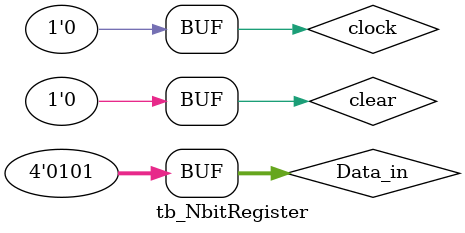
<source format=v>
`timescale 1ns/1ns

module tb_NbitRegister;

localparam N = 4;
reg [N-1:0] Data_in;
wire [N-1:0] Data_out;
reg clock;
reg clear;


NbitRegister reg0(.Data_in(Data_in),
                  .Data_out(Data_out),
                  .Clock(clock),
                  .Clear(clear)
                  );
//

initial 
begin
    Data_in = 0;
    clear = 1;
    #20;

    Data_in = 16;

    #20;

    Data_in = 10;
    #20;
    Data_in = 9;
    #20;
    clear = 0;
    #20;

    Data_in = 5;
    #20;

end

always
begin
    clock = 1'b1;

    #10; //wait 20ns

    clock = 1'b0;

    #10; //wait 20ns
end

endmodule

</source>
